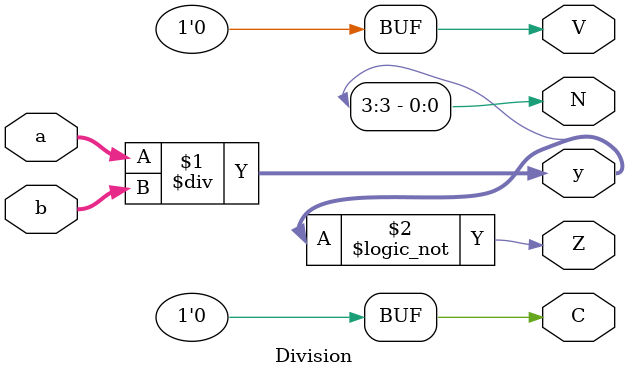
<source format=sv>
module Division(
	input logic [3:0] a,
	input logic [3:0] b,
	output logic [3:0] y,
	output logic N,
   output logic Z,
   output logic C,
   output logic V
);		

	assign y = a / b;
	
	// Flags
   assign N = y[3];          // MSB
   assign Z = (y == 4'd0);   // Cuando todo es cero
   assign C = 1'b0;           // El carry de salida 0
   assign V = 1'b0;           // No tiene overflow
	
endmodule
</source>
